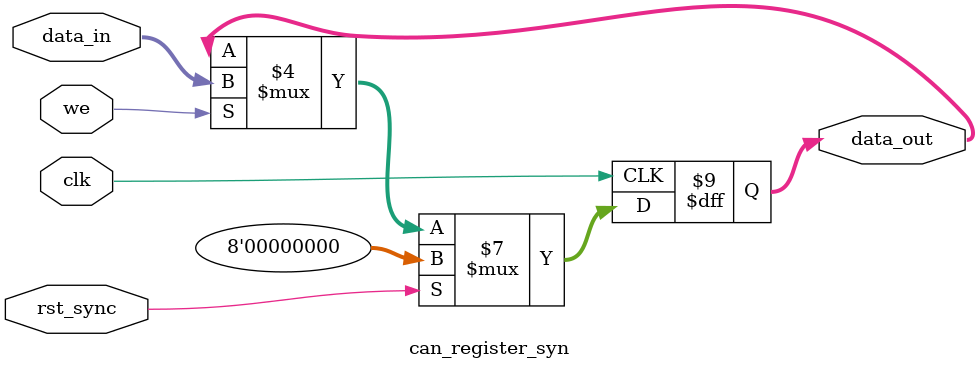
<source format=v>
`timescale 1ns/1ns

module can_register_syn #(
parameter                           WIDTH = 8, // default parameter of the register width
parameter                           RESET_VALUE = 0,
parameter                           U_DLY = 1
)(
input           [WIDTH-1:0]         data_in,
input                               we,
input                               clk,
input                               rst_sync,

output  reg     [WIDTH-1:0]         data_out
);
// Parameter Define

// Register Define

// Wire Define

always @ (posedge clk)
begin
    if (rst_sync == 1'b1)                       // synchronous reset
        data_out <= #U_DLY RESET_VALUE;
    else
        begin
            if (we == 1'b1)                     // write
                data_out <= #U_DLY data_in;
            else;
        end
end



endmodule

</source>
